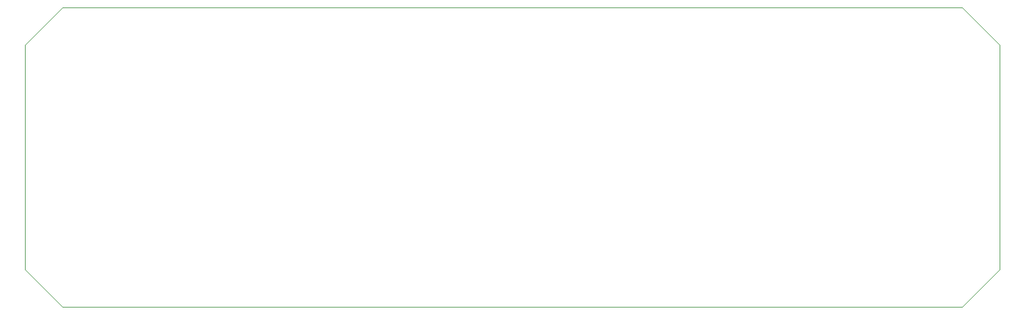
<source format=gm1>
G04 #@! TF.GenerationSoftware,KiCad,Pcbnew,8.0.2*
G04 #@! TF.CreationDate,2024-08-20T22:37:26-04:00*
G04 #@! TF.ProjectId,plugnslay,706c7567-6e73-46c6-9179-2e6b69636164,rev?*
G04 #@! TF.SameCoordinates,Original*
G04 #@! TF.FileFunction,Profile,NP*
%FSLAX46Y46*%
G04 Gerber Fmt 4.6, Leading zero omitted, Abs format (unit mm)*
G04 Created by KiCad (PCBNEW 8.0.2) date 2024-08-20 22:37:26*
%MOMM*%
%LPD*%
G01*
G04 APERTURE LIST*
G04 #@! TA.AperFunction,Profile*
%ADD10C,0.100000*%
G04 #@! TD*
G04 APERTURE END LIST*
D10*
X200660000Y-83820000D02*
X205740000Y-88900000D01*
X205740000Y-88900000D02*
X205740000Y-119380000D01*
X205740000Y-119380000D02*
X200660000Y-124460000D01*
X200660000Y-124460000D02*
X78740000Y-124460000D01*
X78740000Y-83820000D02*
X200660000Y-83820000D01*
X78740000Y-124460000D02*
X73660000Y-119380000D01*
X73660000Y-119380000D02*
X73660000Y-88900000D01*
X73660000Y-88900000D02*
X78740000Y-83820000D01*
M02*

</source>
